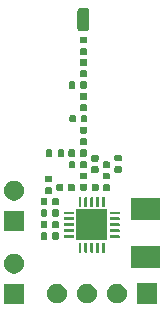
<source format=gbr>
%TF.GenerationSoftware,KiCad,Pcbnew,8.0.4*%
%TF.CreationDate,2024-09-13T17:57:47-07:00*%
%TF.ProjectId,rf-frontend-test,72662d66-726f-46e7-9465-6e642d746573,rev?*%
%TF.SameCoordinates,Original*%
%TF.FileFunction,Soldermask,Top*%
%TF.FilePolarity,Negative*%
%FSLAX46Y46*%
G04 Gerber Fmt 4.6, Leading zero omitted, Abs format (unit mm)*
G04 Created by KiCad (PCBNEW 8.0.4) date 2024-09-13 17:57:47*
%MOMM*%
%LPD*%
G01*
G04 APERTURE LIST*
G04 APERTURE END LIST*
G36*
X113130000Y-71295000D02*
G01*
X111430000Y-71295000D01*
X111430000Y-69595000D01*
X113130000Y-69595000D01*
X113130000Y-71295000D01*
G37*
G36*
X124370000Y-71290000D02*
G01*
X122670000Y-71290000D01*
X122670000Y-69590000D01*
X124370000Y-69590000D01*
X124370000Y-71290000D01*
G37*
G36*
X116162664Y-69631602D02*
G01*
X116325000Y-69703878D01*
X116468761Y-69808327D01*
X116587664Y-69940383D01*
X116676514Y-70094274D01*
X116731425Y-70263275D01*
X116750000Y-70440000D01*
X116731425Y-70616725D01*
X116676514Y-70785726D01*
X116587664Y-70939617D01*
X116468761Y-71071673D01*
X116325000Y-71176122D01*
X116162664Y-71248398D01*
X115988849Y-71285344D01*
X115811151Y-71285344D01*
X115637336Y-71248398D01*
X115475000Y-71176122D01*
X115331239Y-71071673D01*
X115212336Y-70939617D01*
X115123486Y-70785726D01*
X115068575Y-70616725D01*
X115050000Y-70440000D01*
X115068575Y-70263275D01*
X115123486Y-70094274D01*
X115212336Y-69940383D01*
X115331239Y-69808327D01*
X115475000Y-69703878D01*
X115637336Y-69631602D01*
X115811151Y-69594656D01*
X115988849Y-69594656D01*
X116162664Y-69631602D01*
G37*
G36*
X118702664Y-69631602D02*
G01*
X118865000Y-69703878D01*
X119008761Y-69808327D01*
X119127664Y-69940383D01*
X119216514Y-70094274D01*
X119271425Y-70263275D01*
X119290000Y-70440000D01*
X119271425Y-70616725D01*
X119216514Y-70785726D01*
X119127664Y-70939617D01*
X119008761Y-71071673D01*
X118865000Y-71176122D01*
X118702664Y-71248398D01*
X118528849Y-71285344D01*
X118351151Y-71285344D01*
X118177336Y-71248398D01*
X118015000Y-71176122D01*
X117871239Y-71071673D01*
X117752336Y-70939617D01*
X117663486Y-70785726D01*
X117608575Y-70616725D01*
X117590000Y-70440000D01*
X117608575Y-70263275D01*
X117663486Y-70094274D01*
X117752336Y-69940383D01*
X117871239Y-69808327D01*
X118015000Y-69703878D01*
X118177336Y-69631602D01*
X118351151Y-69594656D01*
X118528849Y-69594656D01*
X118702664Y-69631602D01*
G37*
G36*
X121242664Y-69631602D02*
G01*
X121405000Y-69703878D01*
X121548761Y-69808327D01*
X121667664Y-69940383D01*
X121756514Y-70094274D01*
X121811425Y-70263275D01*
X121830000Y-70440000D01*
X121811425Y-70616725D01*
X121756514Y-70785726D01*
X121667664Y-70939617D01*
X121548761Y-71071673D01*
X121405000Y-71176122D01*
X121242664Y-71248398D01*
X121068849Y-71285344D01*
X120891151Y-71285344D01*
X120717336Y-71248398D01*
X120555000Y-71176122D01*
X120411239Y-71071673D01*
X120292336Y-70939617D01*
X120203486Y-70785726D01*
X120148575Y-70616725D01*
X120130000Y-70440000D01*
X120148575Y-70263275D01*
X120203486Y-70094274D01*
X120292336Y-69940383D01*
X120411239Y-69808327D01*
X120555000Y-69703878D01*
X120717336Y-69631602D01*
X120891151Y-69594656D01*
X121068849Y-69594656D01*
X121242664Y-69631602D01*
G37*
G36*
X112542664Y-67096602D02*
G01*
X112705000Y-67168878D01*
X112848761Y-67273327D01*
X112967664Y-67405383D01*
X113056514Y-67559274D01*
X113111425Y-67728275D01*
X113130000Y-67905000D01*
X113111425Y-68081725D01*
X113056514Y-68250726D01*
X112967664Y-68404617D01*
X112848761Y-68536673D01*
X112705000Y-68641122D01*
X112542664Y-68713398D01*
X112368849Y-68750344D01*
X112191151Y-68750344D01*
X112017336Y-68713398D01*
X111855000Y-68641122D01*
X111711239Y-68536673D01*
X111592336Y-68404617D01*
X111503486Y-68250726D01*
X111448575Y-68081725D01*
X111430000Y-67905000D01*
X111448575Y-67728275D01*
X111503486Y-67559274D01*
X111592336Y-67405383D01*
X111711239Y-67273327D01*
X111855000Y-67168878D01*
X112017336Y-67096602D01*
X112191151Y-67059656D01*
X112368849Y-67059656D01*
X112542664Y-67096602D01*
G37*
G36*
X124610000Y-68320000D02*
G01*
X122210000Y-68320000D01*
X122210000Y-66420000D01*
X124610000Y-66420000D01*
X124610000Y-68320000D01*
G37*
G36*
X117958418Y-66129758D02*
G01*
X117978694Y-66143306D01*
X117992242Y-66163582D01*
X117997000Y-66187500D01*
X117997000Y-66912500D01*
X117992242Y-66936418D01*
X117978694Y-66956694D01*
X117958418Y-66970242D01*
X117934500Y-66975000D01*
X117809500Y-66975000D01*
X117785582Y-66970242D01*
X117765306Y-66956694D01*
X117751758Y-66936418D01*
X117747000Y-66912500D01*
X117747000Y-66187500D01*
X117751758Y-66163582D01*
X117765306Y-66143306D01*
X117785582Y-66129758D01*
X117809500Y-66125000D01*
X117934500Y-66125000D01*
X117958418Y-66129758D01*
G37*
G36*
X118458418Y-66129758D02*
G01*
X118478694Y-66143306D01*
X118492242Y-66163582D01*
X118497000Y-66187500D01*
X118497000Y-66912500D01*
X118492242Y-66936418D01*
X118478694Y-66956694D01*
X118458418Y-66970242D01*
X118434500Y-66975000D01*
X118309500Y-66975000D01*
X118285582Y-66970242D01*
X118265306Y-66956694D01*
X118251758Y-66936418D01*
X118247000Y-66912500D01*
X118247000Y-66187500D01*
X118251758Y-66163582D01*
X118265306Y-66143306D01*
X118285582Y-66129758D01*
X118309500Y-66125000D01*
X118434500Y-66125000D01*
X118458418Y-66129758D01*
G37*
G36*
X118958418Y-66129758D02*
G01*
X118978694Y-66143306D01*
X118992242Y-66163582D01*
X118997000Y-66187500D01*
X118997000Y-66912500D01*
X118992242Y-66936418D01*
X118978694Y-66956694D01*
X118958418Y-66970242D01*
X118934500Y-66975000D01*
X118809500Y-66975000D01*
X118785582Y-66970242D01*
X118765306Y-66956694D01*
X118751758Y-66936418D01*
X118747000Y-66912500D01*
X118747000Y-66187500D01*
X118751758Y-66163582D01*
X118765306Y-66143306D01*
X118785582Y-66129758D01*
X118809500Y-66125000D01*
X118934500Y-66125000D01*
X118958418Y-66129758D01*
G37*
G36*
X119458418Y-66129758D02*
G01*
X119478694Y-66143306D01*
X119492242Y-66163582D01*
X119497000Y-66187500D01*
X119497000Y-66912500D01*
X119492242Y-66936418D01*
X119478694Y-66956694D01*
X119458418Y-66970242D01*
X119434500Y-66975000D01*
X119309500Y-66975000D01*
X119285582Y-66970242D01*
X119265306Y-66956694D01*
X119251758Y-66936418D01*
X119247000Y-66912500D01*
X119247000Y-66187500D01*
X119251758Y-66163582D01*
X119265306Y-66143306D01*
X119285582Y-66129758D01*
X119309500Y-66125000D01*
X119434500Y-66125000D01*
X119458418Y-66129758D01*
G37*
G36*
X119958418Y-66129758D02*
G01*
X119978694Y-66143306D01*
X119992242Y-66163582D01*
X119997000Y-66187500D01*
X119997000Y-66912500D01*
X119992242Y-66936418D01*
X119978694Y-66956694D01*
X119958418Y-66970242D01*
X119934500Y-66975000D01*
X119809500Y-66975000D01*
X119785582Y-66970242D01*
X119765306Y-66956694D01*
X119751758Y-66936418D01*
X119747000Y-66912500D01*
X119747000Y-66187500D01*
X119751758Y-66163582D01*
X119765306Y-66143306D01*
X119785582Y-66129758D01*
X119809500Y-66125000D01*
X119934500Y-66125000D01*
X119958418Y-66129758D01*
G37*
G36*
X120172000Y-65925000D02*
G01*
X117572000Y-65925000D01*
X117572000Y-63325000D01*
X120172000Y-63325000D01*
X120172000Y-65925000D01*
G37*
G36*
X115023576Y-65270657D02*
G01*
X115068995Y-65301005D01*
X115099343Y-65346424D01*
X115110000Y-65400000D01*
X115110000Y-65740000D01*
X115099343Y-65793576D01*
X115068995Y-65838995D01*
X115023576Y-65869343D01*
X114970000Y-65880000D01*
X114690000Y-65880000D01*
X114636424Y-65869343D01*
X114591005Y-65838995D01*
X114560657Y-65793576D01*
X114550000Y-65740000D01*
X114550000Y-65400000D01*
X114560657Y-65346424D01*
X114591005Y-65301005D01*
X114636424Y-65270657D01*
X114690000Y-65260000D01*
X114970000Y-65260000D01*
X115023576Y-65270657D01*
G37*
G36*
X115983576Y-65270657D02*
G01*
X116028995Y-65301005D01*
X116059343Y-65346424D01*
X116070000Y-65400000D01*
X116070000Y-65740000D01*
X116059343Y-65793576D01*
X116028995Y-65838995D01*
X115983576Y-65869343D01*
X115930000Y-65880000D01*
X115650000Y-65880000D01*
X115596424Y-65869343D01*
X115551005Y-65838995D01*
X115520657Y-65793576D01*
X115510000Y-65740000D01*
X115510000Y-65400000D01*
X115520657Y-65346424D01*
X115551005Y-65301005D01*
X115596424Y-65270657D01*
X115650000Y-65260000D01*
X115930000Y-65260000D01*
X115983576Y-65270657D01*
G37*
G36*
X117333418Y-65504758D02*
G01*
X117353694Y-65518306D01*
X117367242Y-65538582D01*
X117372000Y-65562500D01*
X117372000Y-65687500D01*
X117367242Y-65711418D01*
X117353694Y-65731694D01*
X117333418Y-65745242D01*
X117309500Y-65750000D01*
X116584500Y-65750000D01*
X116560582Y-65745242D01*
X116540306Y-65731694D01*
X116526758Y-65711418D01*
X116522000Y-65687500D01*
X116522000Y-65562500D01*
X116526758Y-65538582D01*
X116540306Y-65518306D01*
X116560582Y-65504758D01*
X116584500Y-65500000D01*
X117309500Y-65500000D01*
X117333418Y-65504758D01*
G37*
G36*
X121183418Y-65504758D02*
G01*
X121203694Y-65518306D01*
X121217242Y-65538582D01*
X121222000Y-65562500D01*
X121222000Y-65687500D01*
X121217242Y-65711418D01*
X121203694Y-65731694D01*
X121183418Y-65745242D01*
X121159500Y-65750000D01*
X120434500Y-65750000D01*
X120410582Y-65745242D01*
X120390306Y-65731694D01*
X120376758Y-65711418D01*
X120372000Y-65687500D01*
X120372000Y-65562500D01*
X120376758Y-65538582D01*
X120390306Y-65518306D01*
X120410582Y-65504758D01*
X120434500Y-65500000D01*
X121159500Y-65500000D01*
X121183418Y-65504758D01*
G37*
G36*
X117333418Y-65004758D02*
G01*
X117353694Y-65018306D01*
X117367242Y-65038582D01*
X117372000Y-65062500D01*
X117372000Y-65187500D01*
X117367242Y-65211418D01*
X117353694Y-65231694D01*
X117333418Y-65245242D01*
X117309500Y-65250000D01*
X116584500Y-65250000D01*
X116560582Y-65245242D01*
X116540306Y-65231694D01*
X116526758Y-65211418D01*
X116522000Y-65187500D01*
X116522000Y-65062500D01*
X116526758Y-65038582D01*
X116540306Y-65018306D01*
X116560582Y-65004758D01*
X116584500Y-65000000D01*
X117309500Y-65000000D01*
X117333418Y-65004758D01*
G37*
G36*
X121183418Y-65004758D02*
G01*
X121203694Y-65018306D01*
X121217242Y-65038582D01*
X121222000Y-65062500D01*
X121222000Y-65187500D01*
X121217242Y-65211418D01*
X121203694Y-65231694D01*
X121183418Y-65245242D01*
X121159500Y-65250000D01*
X120434500Y-65250000D01*
X120410582Y-65245242D01*
X120390306Y-65231694D01*
X120376758Y-65211418D01*
X120372000Y-65187500D01*
X120372000Y-65062500D01*
X120376758Y-65038582D01*
X120390306Y-65018306D01*
X120410582Y-65004758D01*
X120434500Y-65000000D01*
X121159500Y-65000000D01*
X121183418Y-65004758D01*
G37*
G36*
X113140000Y-65115000D02*
G01*
X111440000Y-65115000D01*
X111440000Y-63415000D01*
X113140000Y-63415000D01*
X113140000Y-65115000D01*
G37*
G36*
X115023576Y-64310657D02*
G01*
X115068995Y-64341005D01*
X115099343Y-64386424D01*
X115110000Y-64440000D01*
X115110000Y-64780000D01*
X115099343Y-64833576D01*
X115068995Y-64878995D01*
X115023576Y-64909343D01*
X114970000Y-64920000D01*
X114690000Y-64920000D01*
X114636424Y-64909343D01*
X114591005Y-64878995D01*
X114560657Y-64833576D01*
X114550000Y-64780000D01*
X114550000Y-64440000D01*
X114560657Y-64386424D01*
X114591005Y-64341005D01*
X114636424Y-64310657D01*
X114690000Y-64300000D01*
X114970000Y-64300000D01*
X115023576Y-64310657D01*
G37*
G36*
X115983576Y-64310657D02*
G01*
X116028995Y-64341005D01*
X116059343Y-64386424D01*
X116070000Y-64440000D01*
X116070000Y-64780000D01*
X116059343Y-64833576D01*
X116028995Y-64878995D01*
X115983576Y-64909343D01*
X115930000Y-64920000D01*
X115650000Y-64920000D01*
X115596424Y-64909343D01*
X115551005Y-64878995D01*
X115520657Y-64833576D01*
X115510000Y-64780000D01*
X115510000Y-64440000D01*
X115520657Y-64386424D01*
X115551005Y-64341005D01*
X115596424Y-64310657D01*
X115650000Y-64300000D01*
X115930000Y-64300000D01*
X115983576Y-64310657D01*
G37*
G36*
X117333418Y-64504758D02*
G01*
X117353694Y-64518306D01*
X117367242Y-64538582D01*
X117372000Y-64562500D01*
X117372000Y-64687500D01*
X117367242Y-64711418D01*
X117353694Y-64731694D01*
X117333418Y-64745242D01*
X117309500Y-64750000D01*
X116584500Y-64750000D01*
X116560582Y-64745242D01*
X116540306Y-64731694D01*
X116526758Y-64711418D01*
X116522000Y-64687500D01*
X116522000Y-64562500D01*
X116526758Y-64538582D01*
X116540306Y-64518306D01*
X116560582Y-64504758D01*
X116584500Y-64500000D01*
X117309500Y-64500000D01*
X117333418Y-64504758D01*
G37*
G36*
X121183418Y-64504758D02*
G01*
X121203694Y-64518306D01*
X121217242Y-64538582D01*
X121222000Y-64562500D01*
X121222000Y-64687500D01*
X121217242Y-64711418D01*
X121203694Y-64731694D01*
X121183418Y-64745242D01*
X121159500Y-64750000D01*
X120434500Y-64750000D01*
X120410582Y-64745242D01*
X120390306Y-64731694D01*
X120376758Y-64711418D01*
X120372000Y-64687500D01*
X120372000Y-64562500D01*
X120376758Y-64538582D01*
X120390306Y-64518306D01*
X120410582Y-64504758D01*
X120434500Y-64500000D01*
X121159500Y-64500000D01*
X121183418Y-64504758D01*
G37*
G36*
X117333418Y-64004758D02*
G01*
X117353694Y-64018306D01*
X117367242Y-64038582D01*
X117372000Y-64062500D01*
X117372000Y-64187500D01*
X117367242Y-64211418D01*
X117353694Y-64231694D01*
X117333418Y-64245242D01*
X117309500Y-64250000D01*
X116584500Y-64250000D01*
X116560582Y-64245242D01*
X116540306Y-64231694D01*
X116526758Y-64211418D01*
X116522000Y-64187500D01*
X116522000Y-64062500D01*
X116526758Y-64038582D01*
X116540306Y-64018306D01*
X116560582Y-64004758D01*
X116584500Y-64000000D01*
X117309500Y-64000000D01*
X117333418Y-64004758D01*
G37*
G36*
X121183418Y-64004758D02*
G01*
X121203694Y-64018306D01*
X121217242Y-64038582D01*
X121222000Y-64062500D01*
X121222000Y-64187500D01*
X121217242Y-64211418D01*
X121203694Y-64231694D01*
X121183418Y-64245242D01*
X121159500Y-64250000D01*
X120434500Y-64250000D01*
X120410582Y-64245242D01*
X120390306Y-64231694D01*
X120376758Y-64211418D01*
X120372000Y-64187500D01*
X120372000Y-64062500D01*
X120376758Y-64038582D01*
X120390306Y-64018306D01*
X120410582Y-64004758D01*
X120434500Y-64000000D01*
X121159500Y-64000000D01*
X121183418Y-64004758D01*
G37*
G36*
X124610000Y-64220000D02*
G01*
X122210000Y-64220000D01*
X122210000Y-62320000D01*
X124610000Y-62320000D01*
X124610000Y-64220000D01*
G37*
G36*
X115033576Y-63320657D02*
G01*
X115078995Y-63351005D01*
X115109343Y-63396424D01*
X115120000Y-63450000D01*
X115120000Y-63790000D01*
X115109343Y-63843576D01*
X115078995Y-63888995D01*
X115033576Y-63919343D01*
X114980000Y-63930000D01*
X114700000Y-63930000D01*
X114646424Y-63919343D01*
X114601005Y-63888995D01*
X114570657Y-63843576D01*
X114560000Y-63790000D01*
X114560000Y-63450000D01*
X114570657Y-63396424D01*
X114601005Y-63351005D01*
X114646424Y-63320657D01*
X114700000Y-63310000D01*
X114980000Y-63310000D01*
X115033576Y-63320657D01*
G37*
G36*
X115993576Y-63320657D02*
G01*
X116038995Y-63351005D01*
X116069343Y-63396424D01*
X116080000Y-63450000D01*
X116080000Y-63790000D01*
X116069343Y-63843576D01*
X116038995Y-63888995D01*
X115993576Y-63919343D01*
X115940000Y-63930000D01*
X115660000Y-63930000D01*
X115606424Y-63919343D01*
X115561005Y-63888995D01*
X115530657Y-63843576D01*
X115520000Y-63790000D01*
X115520000Y-63450000D01*
X115530657Y-63396424D01*
X115561005Y-63351005D01*
X115606424Y-63320657D01*
X115660000Y-63310000D01*
X115940000Y-63310000D01*
X115993576Y-63320657D01*
G37*
G36*
X117333418Y-63504758D02*
G01*
X117353694Y-63518306D01*
X117367242Y-63538582D01*
X117372000Y-63562500D01*
X117372000Y-63687500D01*
X117367242Y-63711418D01*
X117353694Y-63731694D01*
X117333418Y-63745242D01*
X117309500Y-63750000D01*
X116584500Y-63750000D01*
X116560582Y-63745242D01*
X116540306Y-63731694D01*
X116526758Y-63711418D01*
X116522000Y-63687500D01*
X116522000Y-63562500D01*
X116526758Y-63538582D01*
X116540306Y-63518306D01*
X116560582Y-63504758D01*
X116584500Y-63500000D01*
X117309500Y-63500000D01*
X117333418Y-63504758D01*
G37*
G36*
X121183418Y-63504758D02*
G01*
X121203694Y-63518306D01*
X121217242Y-63538582D01*
X121222000Y-63562500D01*
X121222000Y-63687500D01*
X121217242Y-63711418D01*
X121203694Y-63731694D01*
X121183418Y-63745242D01*
X121159500Y-63750000D01*
X120434500Y-63750000D01*
X120410582Y-63745242D01*
X120390306Y-63731694D01*
X120376758Y-63711418D01*
X120372000Y-63687500D01*
X120372000Y-63562500D01*
X120376758Y-63538582D01*
X120390306Y-63518306D01*
X120410582Y-63504758D01*
X120434500Y-63500000D01*
X121159500Y-63500000D01*
X121183418Y-63504758D01*
G37*
G36*
X117958418Y-62279758D02*
G01*
X117978694Y-62293306D01*
X117992242Y-62313582D01*
X117997000Y-62337500D01*
X117997000Y-63062500D01*
X117992242Y-63086418D01*
X117978694Y-63106694D01*
X117958418Y-63120242D01*
X117934500Y-63125000D01*
X117809500Y-63125000D01*
X117785582Y-63120242D01*
X117765306Y-63106694D01*
X117751758Y-63086418D01*
X117747000Y-63062500D01*
X117747000Y-62337500D01*
X117751758Y-62313582D01*
X117765306Y-62293306D01*
X117785582Y-62279758D01*
X117809500Y-62275000D01*
X117934500Y-62275000D01*
X117958418Y-62279758D01*
G37*
G36*
X118458418Y-62279758D02*
G01*
X118478694Y-62293306D01*
X118492242Y-62313582D01*
X118497000Y-62337500D01*
X118497000Y-63062500D01*
X118492242Y-63086418D01*
X118478694Y-63106694D01*
X118458418Y-63120242D01*
X118434500Y-63125000D01*
X118309500Y-63125000D01*
X118285582Y-63120242D01*
X118265306Y-63106694D01*
X118251758Y-63086418D01*
X118247000Y-63062500D01*
X118247000Y-62337500D01*
X118251758Y-62313582D01*
X118265306Y-62293306D01*
X118285582Y-62279758D01*
X118309500Y-62275000D01*
X118434500Y-62275000D01*
X118458418Y-62279758D01*
G37*
G36*
X118958418Y-62279758D02*
G01*
X118978694Y-62293306D01*
X118992242Y-62313582D01*
X118997000Y-62337500D01*
X118997000Y-63062500D01*
X118992242Y-63086418D01*
X118978694Y-63106694D01*
X118958418Y-63120242D01*
X118934500Y-63125000D01*
X118809500Y-63125000D01*
X118785582Y-63120242D01*
X118765306Y-63106694D01*
X118751758Y-63086418D01*
X118747000Y-63062500D01*
X118747000Y-62337500D01*
X118751758Y-62313582D01*
X118765306Y-62293306D01*
X118785582Y-62279758D01*
X118809500Y-62275000D01*
X118934500Y-62275000D01*
X118958418Y-62279758D01*
G37*
G36*
X119458418Y-62279758D02*
G01*
X119478694Y-62293306D01*
X119492242Y-62313582D01*
X119497000Y-62337500D01*
X119497000Y-63062500D01*
X119492242Y-63086418D01*
X119478694Y-63106694D01*
X119458418Y-63120242D01*
X119434500Y-63125000D01*
X119309500Y-63125000D01*
X119285582Y-63120242D01*
X119265306Y-63106694D01*
X119251758Y-63086418D01*
X119247000Y-63062500D01*
X119247000Y-62337500D01*
X119251758Y-62313582D01*
X119265306Y-62293306D01*
X119285582Y-62279758D01*
X119309500Y-62275000D01*
X119434500Y-62275000D01*
X119458418Y-62279758D01*
G37*
G36*
X119958418Y-62279758D02*
G01*
X119978694Y-62293306D01*
X119992242Y-62313582D01*
X119997000Y-62337500D01*
X119997000Y-63062500D01*
X119992242Y-63086418D01*
X119978694Y-63106694D01*
X119958418Y-63120242D01*
X119934500Y-63125000D01*
X119809500Y-63125000D01*
X119785582Y-63120242D01*
X119765306Y-63106694D01*
X119751758Y-63086418D01*
X119747000Y-63062500D01*
X119747000Y-62337500D01*
X119751758Y-62313582D01*
X119765306Y-62293306D01*
X119785582Y-62279758D01*
X119809500Y-62275000D01*
X119934500Y-62275000D01*
X119958418Y-62279758D01*
G37*
G36*
X115033576Y-62350657D02*
G01*
X115078995Y-62381005D01*
X115109343Y-62426424D01*
X115120000Y-62480000D01*
X115120000Y-62820000D01*
X115109343Y-62873576D01*
X115078995Y-62918995D01*
X115033576Y-62949343D01*
X114980000Y-62960000D01*
X114700000Y-62960000D01*
X114646424Y-62949343D01*
X114601005Y-62918995D01*
X114570657Y-62873576D01*
X114560000Y-62820000D01*
X114560000Y-62480000D01*
X114570657Y-62426424D01*
X114601005Y-62381005D01*
X114646424Y-62350657D01*
X114700000Y-62340000D01*
X114980000Y-62340000D01*
X115033576Y-62350657D01*
G37*
G36*
X115993576Y-62350657D02*
G01*
X116038995Y-62381005D01*
X116069343Y-62426424D01*
X116080000Y-62480000D01*
X116080000Y-62820000D01*
X116069343Y-62873576D01*
X116038995Y-62918995D01*
X115993576Y-62949343D01*
X115940000Y-62960000D01*
X115660000Y-62960000D01*
X115606424Y-62949343D01*
X115561005Y-62918995D01*
X115530657Y-62873576D01*
X115520000Y-62820000D01*
X115520000Y-62480000D01*
X115530657Y-62426424D01*
X115561005Y-62381005D01*
X115606424Y-62350657D01*
X115660000Y-62340000D01*
X115940000Y-62340000D01*
X115993576Y-62350657D01*
G37*
G36*
X112552664Y-60916602D02*
G01*
X112715000Y-60988878D01*
X112858761Y-61093327D01*
X112977664Y-61225383D01*
X113066514Y-61379274D01*
X113121425Y-61548275D01*
X113140000Y-61725000D01*
X113121425Y-61901725D01*
X113066514Y-62070726D01*
X112977664Y-62224617D01*
X112858761Y-62356673D01*
X112715000Y-62461122D01*
X112552664Y-62533398D01*
X112378849Y-62570344D01*
X112201151Y-62570344D01*
X112027336Y-62533398D01*
X111865000Y-62461122D01*
X111721239Y-62356673D01*
X111602336Y-62224617D01*
X111513486Y-62070726D01*
X111458575Y-61901725D01*
X111440000Y-61725000D01*
X111458575Y-61548275D01*
X111513486Y-61379274D01*
X111602336Y-61225383D01*
X111721239Y-61093327D01*
X111865000Y-60988878D01*
X112027336Y-60916602D01*
X112201151Y-60879656D01*
X112378849Y-60879656D01*
X112552664Y-60916602D01*
G37*
G36*
X115443576Y-61450657D02*
G01*
X115488995Y-61481005D01*
X115519343Y-61526424D01*
X115530000Y-61580000D01*
X115530000Y-61860000D01*
X115519343Y-61913576D01*
X115488995Y-61958995D01*
X115443576Y-61989343D01*
X115390000Y-62000000D01*
X115050000Y-62000000D01*
X114996424Y-61989343D01*
X114951005Y-61958995D01*
X114920657Y-61913576D01*
X114910000Y-61860000D01*
X114910000Y-61580000D01*
X114920657Y-61526424D01*
X114951005Y-61481005D01*
X114996424Y-61450657D01*
X115050000Y-61440000D01*
X115390000Y-61440000D01*
X115443576Y-61450657D01*
G37*
G36*
X116378746Y-61159228D02*
G01*
X116426598Y-61191202D01*
X116458572Y-61239054D01*
X116469800Y-61295500D01*
X116469800Y-61640500D01*
X116458572Y-61696946D01*
X116426598Y-61744798D01*
X116378746Y-61776772D01*
X116322300Y-61788000D01*
X116027300Y-61788000D01*
X115970854Y-61776772D01*
X115923002Y-61744798D01*
X115891028Y-61696946D01*
X115879800Y-61640500D01*
X115879800Y-61295500D01*
X115891028Y-61239054D01*
X115923002Y-61191202D01*
X115970854Y-61159228D01*
X116027300Y-61148000D01*
X116322300Y-61148000D01*
X116378746Y-61159228D01*
G37*
G36*
X117348746Y-61159228D02*
G01*
X117396598Y-61191202D01*
X117428572Y-61239054D01*
X117439800Y-61295500D01*
X117439800Y-61640500D01*
X117428572Y-61696946D01*
X117396598Y-61744798D01*
X117348746Y-61776772D01*
X117292300Y-61788000D01*
X116997300Y-61788000D01*
X116940854Y-61776772D01*
X116893002Y-61744798D01*
X116861028Y-61696946D01*
X116849800Y-61640500D01*
X116849800Y-61295500D01*
X116861028Y-61239054D01*
X116893002Y-61191202D01*
X116940854Y-61159228D01*
X116997300Y-61148000D01*
X117292300Y-61148000D01*
X117348746Y-61159228D01*
G37*
G36*
X119352946Y-61159228D02*
G01*
X119400798Y-61191202D01*
X119432772Y-61239054D01*
X119444000Y-61295500D01*
X119444000Y-61640500D01*
X119432772Y-61696946D01*
X119400798Y-61744798D01*
X119352946Y-61776772D01*
X119296500Y-61788000D01*
X119001500Y-61788000D01*
X118945054Y-61776772D01*
X118897202Y-61744798D01*
X118865228Y-61696946D01*
X118854000Y-61640500D01*
X118854000Y-61295500D01*
X118865228Y-61239054D01*
X118897202Y-61191202D01*
X118945054Y-61159228D01*
X119001500Y-61148000D01*
X119296500Y-61148000D01*
X119352946Y-61159228D01*
G37*
G36*
X120322946Y-61159228D02*
G01*
X120370798Y-61191202D01*
X120402772Y-61239054D01*
X120414000Y-61295500D01*
X120414000Y-61640500D01*
X120402772Y-61696946D01*
X120370798Y-61744798D01*
X120322946Y-61776772D01*
X120266500Y-61788000D01*
X119971500Y-61788000D01*
X119915054Y-61776772D01*
X119867202Y-61744798D01*
X119835228Y-61696946D01*
X119824000Y-61640500D01*
X119824000Y-61295500D01*
X119835228Y-61239054D01*
X119867202Y-61191202D01*
X119915054Y-61159228D01*
X119971500Y-61148000D01*
X120266500Y-61148000D01*
X120322946Y-61159228D01*
G37*
G36*
X118384376Y-61170657D02*
G01*
X118429795Y-61201005D01*
X118460143Y-61246424D01*
X118470800Y-61300000D01*
X118470800Y-61580000D01*
X118460143Y-61633576D01*
X118429795Y-61678995D01*
X118384376Y-61709343D01*
X118330800Y-61720000D01*
X117990800Y-61720000D01*
X117937224Y-61709343D01*
X117891805Y-61678995D01*
X117861457Y-61633576D01*
X117850800Y-61580000D01*
X117850800Y-61300000D01*
X117861457Y-61246424D01*
X117891805Y-61201005D01*
X117937224Y-61170657D01*
X117990800Y-61160000D01*
X118330800Y-61160000D01*
X118384376Y-61170657D01*
G37*
G36*
X115443576Y-60490657D02*
G01*
X115488995Y-60521005D01*
X115519343Y-60566424D01*
X115530000Y-60620000D01*
X115530000Y-60900000D01*
X115519343Y-60953576D01*
X115488995Y-60998995D01*
X115443576Y-61029343D01*
X115390000Y-61040000D01*
X115050000Y-61040000D01*
X114996424Y-61029343D01*
X114951005Y-60998995D01*
X114920657Y-60953576D01*
X114910000Y-60900000D01*
X114910000Y-60620000D01*
X114920657Y-60566424D01*
X114951005Y-60521005D01*
X114996424Y-60490657D01*
X115050000Y-60480000D01*
X115390000Y-60480000D01*
X115443576Y-60490657D01*
G37*
G36*
X120323576Y-60230657D02*
G01*
X120368995Y-60261005D01*
X120399343Y-60306424D01*
X120410000Y-60360000D01*
X120410000Y-60640000D01*
X120399343Y-60693576D01*
X120368995Y-60738995D01*
X120323576Y-60769343D01*
X120270000Y-60780000D01*
X119930000Y-60780000D01*
X119876424Y-60769343D01*
X119831005Y-60738995D01*
X119800657Y-60693576D01*
X119790000Y-60640000D01*
X119790000Y-60360000D01*
X119800657Y-60306424D01*
X119831005Y-60261005D01*
X119876424Y-60230657D01*
X119930000Y-60220000D01*
X120270000Y-60220000D01*
X120323576Y-60230657D01*
G37*
G36*
X118384376Y-60210657D02*
G01*
X118429795Y-60241005D01*
X118460143Y-60286424D01*
X118470800Y-60340000D01*
X118470800Y-60620000D01*
X118460143Y-60673576D01*
X118429795Y-60718995D01*
X118384376Y-60749343D01*
X118330800Y-60760000D01*
X117990800Y-60760000D01*
X117937224Y-60749343D01*
X117891805Y-60718995D01*
X117861457Y-60673576D01*
X117850800Y-60620000D01*
X117850800Y-60340000D01*
X117861457Y-60286424D01*
X117891805Y-60241005D01*
X117937224Y-60210657D01*
X117990800Y-60200000D01*
X118330800Y-60200000D01*
X118384376Y-60210657D01*
G37*
G36*
X119354946Y-59660228D02*
G01*
X119402798Y-59692202D01*
X119434772Y-59740054D01*
X119446000Y-59796500D01*
X119446000Y-60091500D01*
X119434772Y-60147946D01*
X119402798Y-60195798D01*
X119354946Y-60227772D01*
X119298500Y-60239000D01*
X118953500Y-60239000D01*
X118897054Y-60227772D01*
X118849202Y-60195798D01*
X118817228Y-60147946D01*
X118806000Y-60091500D01*
X118806000Y-59796500D01*
X118817228Y-59740054D01*
X118849202Y-59692202D01*
X118897054Y-59660228D01*
X118953500Y-59649000D01*
X119298500Y-59649000D01*
X119354946Y-59660228D01*
G37*
G36*
X121323576Y-59669457D02*
G01*
X121368995Y-59699805D01*
X121399343Y-59745224D01*
X121410000Y-59798800D01*
X121410000Y-60078800D01*
X121399343Y-60132376D01*
X121368995Y-60177795D01*
X121323576Y-60208143D01*
X121270000Y-60218800D01*
X120930000Y-60218800D01*
X120876424Y-60208143D01*
X120831005Y-60177795D01*
X120800657Y-60132376D01*
X120790000Y-60078800D01*
X120790000Y-59798800D01*
X120800657Y-59745224D01*
X120831005Y-59699805D01*
X120876424Y-59669457D01*
X120930000Y-59658800D01*
X121270000Y-59658800D01*
X121323576Y-59669457D01*
G37*
G36*
X117403576Y-59240657D02*
G01*
X117448995Y-59271005D01*
X117479343Y-59316424D01*
X117490000Y-59370000D01*
X117490000Y-59710000D01*
X117479343Y-59763576D01*
X117448995Y-59808995D01*
X117403576Y-59839343D01*
X117350000Y-59850000D01*
X117070000Y-59850000D01*
X117016424Y-59839343D01*
X116971005Y-59808995D01*
X116940657Y-59763576D01*
X116930000Y-59710000D01*
X116930000Y-59370000D01*
X116940657Y-59316424D01*
X116971005Y-59271005D01*
X117016424Y-59240657D01*
X117070000Y-59230000D01*
X117350000Y-59230000D01*
X117403576Y-59240657D01*
G37*
G36*
X118363576Y-59240657D02*
G01*
X118408995Y-59271005D01*
X118439343Y-59316424D01*
X118450000Y-59370000D01*
X118450000Y-59710000D01*
X118439343Y-59763576D01*
X118408995Y-59808995D01*
X118363576Y-59839343D01*
X118310000Y-59850000D01*
X118030000Y-59850000D01*
X117976424Y-59839343D01*
X117931005Y-59808995D01*
X117900657Y-59763576D01*
X117890000Y-59710000D01*
X117890000Y-59370000D01*
X117900657Y-59316424D01*
X117931005Y-59271005D01*
X117976424Y-59240657D01*
X118030000Y-59230000D01*
X118310000Y-59230000D01*
X118363576Y-59240657D01*
G37*
G36*
X120323576Y-59270657D02*
G01*
X120368995Y-59301005D01*
X120399343Y-59346424D01*
X120410000Y-59400000D01*
X120410000Y-59680000D01*
X120399343Y-59733576D01*
X120368995Y-59778995D01*
X120323576Y-59809343D01*
X120270000Y-59820000D01*
X119930000Y-59820000D01*
X119876424Y-59809343D01*
X119831005Y-59778995D01*
X119800657Y-59733576D01*
X119790000Y-59680000D01*
X119790000Y-59400000D01*
X119800657Y-59346424D01*
X119831005Y-59301005D01*
X119876424Y-59270657D01*
X119930000Y-59260000D01*
X120270000Y-59260000D01*
X120323576Y-59270657D01*
G37*
G36*
X119354946Y-58690228D02*
G01*
X119402798Y-58722202D01*
X119434772Y-58770054D01*
X119446000Y-58826500D01*
X119446000Y-59121500D01*
X119434772Y-59177946D01*
X119402798Y-59225798D01*
X119354946Y-59257772D01*
X119298500Y-59269000D01*
X118953500Y-59269000D01*
X118897054Y-59257772D01*
X118849202Y-59225798D01*
X118817228Y-59177946D01*
X118806000Y-59121500D01*
X118806000Y-58826500D01*
X118817228Y-58770054D01*
X118849202Y-58722202D01*
X118897054Y-58690228D01*
X118953500Y-58679000D01*
X119298500Y-58679000D01*
X119354946Y-58690228D01*
G37*
G36*
X121323576Y-58709457D02*
G01*
X121368995Y-58739805D01*
X121399343Y-58785224D01*
X121410000Y-58838800D01*
X121410000Y-59118800D01*
X121399343Y-59172376D01*
X121368995Y-59217795D01*
X121323576Y-59248143D01*
X121270000Y-59258800D01*
X120930000Y-59258800D01*
X120876424Y-59248143D01*
X120831005Y-59217795D01*
X120800657Y-59172376D01*
X120790000Y-59118800D01*
X120790000Y-58838800D01*
X120800657Y-58785224D01*
X120831005Y-58739805D01*
X120876424Y-58709457D01*
X120930000Y-58698800D01*
X121270000Y-58698800D01*
X121323576Y-58709457D01*
G37*
G36*
X115436662Y-58250276D02*
G01*
X115480459Y-58279541D01*
X115509724Y-58323338D01*
X115520000Y-58375000D01*
X115520000Y-58745000D01*
X115509724Y-58796662D01*
X115480459Y-58840459D01*
X115436662Y-58869724D01*
X115385000Y-58880000D01*
X115115000Y-58880000D01*
X115063338Y-58869724D01*
X115019541Y-58840459D01*
X114990276Y-58796662D01*
X114980000Y-58745000D01*
X114980000Y-58375000D01*
X114990276Y-58323338D01*
X115019541Y-58279541D01*
X115063338Y-58250276D01*
X115115000Y-58240000D01*
X115385000Y-58240000D01*
X115436662Y-58250276D01*
G37*
G36*
X116456662Y-58250276D02*
G01*
X116500459Y-58279541D01*
X116529724Y-58323338D01*
X116540000Y-58375000D01*
X116540000Y-58745000D01*
X116529724Y-58796662D01*
X116500459Y-58840459D01*
X116456662Y-58869724D01*
X116405000Y-58880000D01*
X116135000Y-58880000D01*
X116083338Y-58869724D01*
X116039541Y-58840459D01*
X116010276Y-58796662D01*
X116000000Y-58745000D01*
X116000000Y-58375000D01*
X116010276Y-58323338D01*
X116039541Y-58279541D01*
X116083338Y-58250276D01*
X116135000Y-58240000D01*
X116405000Y-58240000D01*
X116456662Y-58250276D01*
G37*
G36*
X117388946Y-58241228D02*
G01*
X117436798Y-58273202D01*
X117468772Y-58321054D01*
X117480000Y-58377500D01*
X117480000Y-58722500D01*
X117468772Y-58778946D01*
X117436798Y-58826798D01*
X117388946Y-58858772D01*
X117332500Y-58870000D01*
X117037500Y-58870000D01*
X116981054Y-58858772D01*
X116933202Y-58826798D01*
X116901228Y-58778946D01*
X116890000Y-58722500D01*
X116890000Y-58377500D01*
X116901228Y-58321054D01*
X116933202Y-58273202D01*
X116981054Y-58241228D01*
X117037500Y-58230000D01*
X117332500Y-58230000D01*
X117388946Y-58241228D01*
G37*
G36*
X118358946Y-58241228D02*
G01*
X118406798Y-58273202D01*
X118438772Y-58321054D01*
X118450000Y-58377500D01*
X118450000Y-58722500D01*
X118438772Y-58778946D01*
X118406798Y-58826798D01*
X118358946Y-58858772D01*
X118302500Y-58870000D01*
X118007500Y-58870000D01*
X117951054Y-58858772D01*
X117903202Y-58826798D01*
X117871228Y-58778946D01*
X117860000Y-58722500D01*
X117860000Y-58377500D01*
X117871228Y-58321054D01*
X117903202Y-58273202D01*
X117951054Y-58241228D01*
X118007500Y-58230000D01*
X118302500Y-58230000D01*
X118358946Y-58241228D01*
G37*
G36*
X118408946Y-57286228D02*
G01*
X118456798Y-57318202D01*
X118488772Y-57366054D01*
X118500000Y-57422500D01*
X118500000Y-57717500D01*
X118488772Y-57773946D01*
X118456798Y-57821798D01*
X118408946Y-57853772D01*
X118352500Y-57865000D01*
X118007500Y-57865000D01*
X117951054Y-57853772D01*
X117903202Y-57821798D01*
X117871228Y-57773946D01*
X117860000Y-57717500D01*
X117860000Y-57422500D01*
X117871228Y-57366054D01*
X117903202Y-57318202D01*
X117951054Y-57286228D01*
X118007500Y-57275000D01*
X118352500Y-57275000D01*
X118408946Y-57286228D01*
G37*
G36*
X118408946Y-56316228D02*
G01*
X118456798Y-56348202D01*
X118488772Y-56396054D01*
X118500000Y-56452500D01*
X118500000Y-56747500D01*
X118488772Y-56803946D01*
X118456798Y-56851798D01*
X118408946Y-56883772D01*
X118352500Y-56895000D01*
X118007500Y-56895000D01*
X117951054Y-56883772D01*
X117903202Y-56851798D01*
X117871228Y-56803946D01*
X117860000Y-56747500D01*
X117860000Y-56452500D01*
X117871228Y-56396054D01*
X117903202Y-56348202D01*
X117951054Y-56316228D01*
X118007500Y-56305000D01*
X118352500Y-56305000D01*
X118408946Y-56316228D01*
G37*
G36*
X117453576Y-55350657D02*
G01*
X117498995Y-55381005D01*
X117529343Y-55426424D01*
X117540000Y-55480000D01*
X117540000Y-55820000D01*
X117529343Y-55873576D01*
X117498995Y-55918995D01*
X117453576Y-55949343D01*
X117400000Y-55960000D01*
X117120000Y-55960000D01*
X117066424Y-55949343D01*
X117021005Y-55918995D01*
X116990657Y-55873576D01*
X116980000Y-55820000D01*
X116980000Y-55480000D01*
X116990657Y-55426424D01*
X117021005Y-55381005D01*
X117066424Y-55350657D01*
X117120000Y-55340000D01*
X117400000Y-55340000D01*
X117453576Y-55350657D01*
G37*
G36*
X118413576Y-55350657D02*
G01*
X118458995Y-55381005D01*
X118489343Y-55426424D01*
X118500000Y-55480000D01*
X118500000Y-55820000D01*
X118489343Y-55873576D01*
X118458995Y-55918995D01*
X118413576Y-55949343D01*
X118360000Y-55960000D01*
X118080000Y-55960000D01*
X118026424Y-55949343D01*
X117981005Y-55918995D01*
X117950657Y-55873576D01*
X117940000Y-55820000D01*
X117940000Y-55480000D01*
X117950657Y-55426424D01*
X117981005Y-55381005D01*
X118026424Y-55350657D01*
X118080000Y-55340000D01*
X118360000Y-55340000D01*
X118413576Y-55350657D01*
G37*
G36*
X118408946Y-54421228D02*
G01*
X118456798Y-54453202D01*
X118488772Y-54501054D01*
X118500000Y-54557500D01*
X118500000Y-54852500D01*
X118488772Y-54908946D01*
X118456798Y-54956798D01*
X118408946Y-54988772D01*
X118352500Y-55000000D01*
X118007500Y-55000000D01*
X117951054Y-54988772D01*
X117903202Y-54956798D01*
X117871228Y-54908946D01*
X117860000Y-54852500D01*
X117860000Y-54557500D01*
X117871228Y-54501054D01*
X117903202Y-54453202D01*
X117951054Y-54421228D01*
X118007500Y-54410000D01*
X118352500Y-54410000D01*
X118408946Y-54421228D01*
G37*
G36*
X118408946Y-53451228D02*
G01*
X118456798Y-53483202D01*
X118488772Y-53531054D01*
X118500000Y-53587500D01*
X118500000Y-53882500D01*
X118488772Y-53938946D01*
X118456798Y-53986798D01*
X118408946Y-54018772D01*
X118352500Y-54030000D01*
X118007500Y-54030000D01*
X117951054Y-54018772D01*
X117903202Y-53986798D01*
X117871228Y-53938946D01*
X117860000Y-53882500D01*
X117860000Y-53587500D01*
X117871228Y-53531054D01*
X117903202Y-53483202D01*
X117951054Y-53451228D01*
X118007500Y-53440000D01*
X118352500Y-53440000D01*
X118408946Y-53451228D01*
G37*
G36*
X117403576Y-52490657D02*
G01*
X117448995Y-52521005D01*
X117479343Y-52566424D01*
X117490000Y-52620000D01*
X117490000Y-52960000D01*
X117479343Y-53013576D01*
X117448995Y-53058995D01*
X117403576Y-53089343D01*
X117350000Y-53100000D01*
X117070000Y-53100000D01*
X117016424Y-53089343D01*
X116971005Y-53058995D01*
X116940657Y-53013576D01*
X116930000Y-52960000D01*
X116930000Y-52620000D01*
X116940657Y-52566424D01*
X116971005Y-52521005D01*
X117016424Y-52490657D01*
X117070000Y-52480000D01*
X117350000Y-52480000D01*
X117403576Y-52490657D01*
G37*
G36*
X118363576Y-52490657D02*
G01*
X118408995Y-52521005D01*
X118439343Y-52566424D01*
X118450000Y-52620000D01*
X118450000Y-52960000D01*
X118439343Y-53013576D01*
X118408995Y-53058995D01*
X118363576Y-53089343D01*
X118310000Y-53100000D01*
X118030000Y-53100000D01*
X117976424Y-53089343D01*
X117931005Y-53058995D01*
X117900657Y-53013576D01*
X117890000Y-52960000D01*
X117890000Y-52620000D01*
X117900657Y-52566424D01*
X117931005Y-52521005D01*
X117976424Y-52490657D01*
X118030000Y-52480000D01*
X118310000Y-52480000D01*
X118363576Y-52490657D01*
G37*
G36*
X118408946Y-51556228D02*
G01*
X118456798Y-51588202D01*
X118488772Y-51636054D01*
X118500000Y-51692500D01*
X118500000Y-51987500D01*
X118488772Y-52043946D01*
X118456798Y-52091798D01*
X118408946Y-52123772D01*
X118352500Y-52135000D01*
X118007500Y-52135000D01*
X117951054Y-52123772D01*
X117903202Y-52091798D01*
X117871228Y-52043946D01*
X117860000Y-51987500D01*
X117860000Y-51692500D01*
X117871228Y-51636054D01*
X117903202Y-51588202D01*
X117951054Y-51556228D01*
X118007500Y-51545000D01*
X118352500Y-51545000D01*
X118408946Y-51556228D01*
G37*
G36*
X118408946Y-50586228D02*
G01*
X118456798Y-50618202D01*
X118488772Y-50666054D01*
X118500000Y-50722500D01*
X118500000Y-51017500D01*
X118488772Y-51073946D01*
X118456798Y-51121798D01*
X118408946Y-51153772D01*
X118352500Y-51165000D01*
X118007500Y-51165000D01*
X117951054Y-51153772D01*
X117903202Y-51121798D01*
X117871228Y-51073946D01*
X117860000Y-51017500D01*
X117860000Y-50722500D01*
X117871228Y-50666054D01*
X117903202Y-50618202D01*
X117951054Y-50586228D01*
X118007500Y-50575000D01*
X118352500Y-50575000D01*
X118408946Y-50586228D01*
G37*
G36*
X118403576Y-49680657D02*
G01*
X118448995Y-49711005D01*
X118479343Y-49756424D01*
X118490000Y-49810000D01*
X118490000Y-50090000D01*
X118479343Y-50143576D01*
X118448995Y-50188995D01*
X118403576Y-50219343D01*
X118350000Y-50230000D01*
X118010000Y-50230000D01*
X117956424Y-50219343D01*
X117911005Y-50188995D01*
X117880657Y-50143576D01*
X117870000Y-50090000D01*
X117870000Y-49810000D01*
X117880657Y-49756424D01*
X117911005Y-49711005D01*
X117956424Y-49680657D01*
X118010000Y-49670000D01*
X118350000Y-49670000D01*
X118403576Y-49680657D01*
G37*
G36*
X118403576Y-48720657D02*
G01*
X118448995Y-48751005D01*
X118479343Y-48796424D01*
X118490000Y-48850000D01*
X118490000Y-49130000D01*
X118479343Y-49183576D01*
X118448995Y-49228995D01*
X118403576Y-49259343D01*
X118350000Y-49270000D01*
X118010000Y-49270000D01*
X117956424Y-49259343D01*
X117911005Y-49228995D01*
X117880657Y-49183576D01*
X117870000Y-49130000D01*
X117870000Y-48850000D01*
X117880657Y-48796424D01*
X117911005Y-48751005D01*
X117956424Y-48720657D01*
X118010000Y-48710000D01*
X118350000Y-48710000D01*
X118403576Y-48720657D01*
G37*
G36*
X118414116Y-46240818D02*
G01*
X118465379Y-46246766D01*
X118482892Y-46254499D01*
X118505671Y-46259030D01*
X118530057Y-46275324D01*
X118550788Y-46284478D01*
X118564946Y-46298636D01*
X118586777Y-46313223D01*
X118601363Y-46335053D01*
X118615521Y-46349211D01*
X118624673Y-46369939D01*
X118640970Y-46394329D01*
X118645501Y-46417109D01*
X118653233Y-46434620D01*
X118659178Y-46485872D01*
X118660000Y-46490000D01*
X118660000Y-47990000D01*
X118659178Y-47994128D01*
X118653233Y-48045379D01*
X118645501Y-48062888D01*
X118640970Y-48085671D01*
X118624672Y-48110062D01*
X118615521Y-48130788D01*
X118601365Y-48144943D01*
X118586777Y-48166777D01*
X118564943Y-48181365D01*
X118550788Y-48195521D01*
X118530062Y-48204672D01*
X118505671Y-48220970D01*
X118482888Y-48225501D01*
X118465379Y-48233233D01*
X118414129Y-48239178D01*
X118410000Y-48240000D01*
X117910000Y-48240000D01*
X117905873Y-48239179D01*
X117854620Y-48233233D01*
X117837109Y-48225501D01*
X117814329Y-48220970D01*
X117789939Y-48204673D01*
X117769211Y-48195521D01*
X117755053Y-48181363D01*
X117733223Y-48166777D01*
X117718636Y-48144946D01*
X117704478Y-48130788D01*
X117695324Y-48110057D01*
X117679030Y-48085671D01*
X117674499Y-48062892D01*
X117666766Y-48045379D01*
X117660818Y-47994117D01*
X117660000Y-47990000D01*
X117660000Y-46490000D01*
X117660818Y-46485885D01*
X117666766Y-46434620D01*
X117674499Y-46417105D01*
X117679030Y-46394329D01*
X117695323Y-46369944D01*
X117704478Y-46349211D01*
X117718638Y-46335050D01*
X117733223Y-46313223D01*
X117755050Y-46298638D01*
X117769211Y-46284478D01*
X117789944Y-46275323D01*
X117814329Y-46259030D01*
X117837105Y-46254499D01*
X117854620Y-46246766D01*
X117905884Y-46240818D01*
X117910000Y-46240000D01*
X118410000Y-46240000D01*
X118414116Y-46240818D01*
G37*
M02*

</source>
